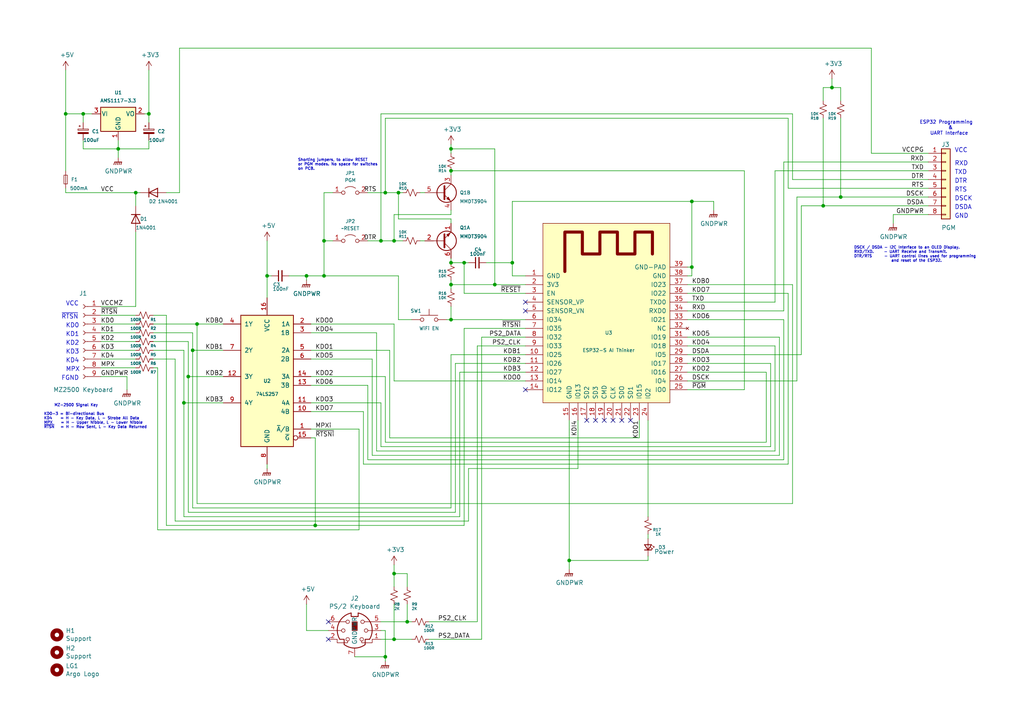
<source format=kicad_sch>
(kicad_sch (version 20211123) (generator eeschema)
  (paper "A4")
  (title_block (date "2022-01-25") (rev "1.2") (comment 1 "scan frame requires performance to capture PS/2, build scan vector and meet MZ timing.") (comment 2 "toolchain. It is overly powerful for the task in hand albeit the 1.2uS (600+300+300nS) ") (comment 3 "This design uses the common ESP32 SoC for its performance, low power and development ") (comment 4 "PS/2 to Sharp MZ-2500/MZ-2800 Keyboard Interface."))
  (lib_symbols
    (symbol "Device:C_Polarized_Small" (pin_numbers hide) (pin_names (offset 0.254) hide)
      (property "Reference" "C" (at 0.254 1.778 0))
      (property "Value" "C_Polarized_Small" (at 0.254 -2.032 0))
      (symbol "C_Polarized_Small_0_1"
        (rectangle (start -1.524 -0.3048) (end 1.524 -0.6858) (fill (type outline)))
        (rectangle (start -1.524 0.6858) (end 1.524 0.3048))
        (polyline (pts (xy -1.27 1.524) (xy -0.762 1.524)))
        (polyline (pts (xy -1.016 1.27) (xy -1.016 1.778)))
      )
      (symbol "C_Polarized_Small_1_1"
        (pin passive line (at 0 2.54 270) (length 1.8542) (name "~") (number "1"))
        (pin passive line (at 0 -2.54 90) (length 1.8542) (name "~") (number "2"))
      )
    )
    (symbol "Device:C_Small" (pin_numbers hide) (pin_names (offset 0.254) hide)
      (property "Reference" "C" (at 0.254 1.778 0))
      (property "Value" "C_Small" (at 0.254 -2.032 0))
      (symbol "C_Small_0_1"
        (polyline (pts (xy -1.524 -0.508) (xy 1.524 -0.508)) (stroke (width 0.3302)))
        (polyline (pts (xy -1.524 0.508) (xy 1.524 0.508)) (stroke (width 0.3048)))
      )
      (symbol "C_Small_1_1"
        (pin passive line (at 0 2.54 270) (length 2.032) (name "~") (number "1"))
        (pin passive line (at 0 -2.54 90) (length 2.032) (name "~") (number "2"))
      )
    )
    (symbol "Device:Fuse_Small" (pin_numbers hide) (pin_names (offset 0.254) hide)
      (property "Reference" "F" (at 0 -1.524 0))
      (property "Value" "Fuse_Small" (at 0 1.524 0))
      (symbol "Fuse_Small_0_1"
        (rectangle (start -1.27 0.508) (end 1.27 -0.508))
        (polyline (pts (xy -1.27 0) (xy 1.27 0)))
      )
      (symbol "Fuse_Small_1_1"
        (pin passive line (at -2.54 0 0) (length 1.27) (name "~") (number "1"))
        (pin passive line (at 2.54 0 180) (length 1.27) (name "~") (number "2"))
      )
    )
    (symbol "Device:LED_Small" (pin_numbers hide) (pin_names (offset 0.254) hide)
      (property "Reference" "D" (at -1.27 3.175 0))
      (property "Value" "LED_Small" (at -4.445 -2.54 0))
      (symbol "LED_Small_0_1"
        (polyline (pts (xy -0.762 -1.016) (xy -0.762 1.016)) (stroke (width 0.254)))
        (polyline (pts (xy 1.016 0) (xy -0.762 0)))
        (polyline (pts (xy 0.762 -1.016) (xy -0.762 0) (xy 0.762 1.016) (xy 0.762 -1.016)) (stroke (width 0.254)))
        (polyline (pts (xy 0 0.762) (xy -0.508 1.27) (xy -0.254 1.27) (xy -0.508 1.27) (xy -0.508 1.016)))
        (polyline (pts (xy 0.508 1.27) (xy 0 1.778) (xy 0.254 1.778) (xy 0 1.778) (xy 0 1.524)))
      )
      (symbol "LED_Small_1_1"
        (pin passive line (at -2.54 0 0) (length 1.778) (name "K") (number "1"))
        (pin passive line (at 2.54 0 180) (length 1.778) (name "A") (number "2"))
      )
    )
    (symbol "Device:R_Small_US" (pin_numbers hide) (pin_names (offset 0.254) hide)
      (property "Reference" "R" (at 0.762 0.508 0))
      (property "Value" "R_Small_US" (at 0.762 -1.016 0))
      (symbol "R_Small_US_1_1"
        (polyline (pts (xy 0 0) (xy 1.016 -0.381) (xy 0 -0.762) (xy -1.016 -1.143) (xy 0 -1.524)))
        (polyline (pts (xy 0 1.524) (xy 1.016 1.143) (xy 0 0.762) (xy -1.016 0.381) (xy 0 0)))
        (pin passive line (at 0 2.54 270) (length 1.016) (name "~") (number "1"))
        (pin passive line (at 0 -2.54 90) (length 1.016) (name "~") (number "2"))
      )
    )
    (symbol "Diode:1N4001" (pin_numbers hide) (pin_names (offset 1.016) hide)
      (property "Reference" "D" (at 0 2.54 0))
      (property "Value" "1N4001" (at 0 -2.54 0))
      (symbol "1N4001_0_1"
        (polyline (pts (xy -1.27 1.27) (xy -1.27 -1.27)) (stroke (width 0.254)))
        (polyline (pts (xy 1.27 0) (xy -1.27 0)))
        (polyline (pts (xy 1.27 1.27) (xy 1.27 -1.27) (xy -1.27 0) (xy 1.27 1.27)) (stroke (width 0.254)))
      )
      (symbol "1N4001_1_1"
        (pin passive line (at -3.81 0 0) (length 2.54) (name "K") (number "1"))
        (pin passive line (at 3.81 0 180) (length 2.54) (name "A") (number "2"))
      )
    )
    (symbol "Jumper:Jumper_2_Open" (pin_names (offset 0) hide)
      (property "Reference" "JP" (at 0 2.794 0))
      (property "Value" "Jumper_2_Open" (at 0 -2.286 0))
      (symbol "Jumper_2_Open_0_0"
        (circle (center -2.032 0) (radius 0.508))
        (circle (center 2.032 0) (radius 0.508))
      )
      (symbol "Jumper_2_Open_0_1"
        (arc (start 1.524 1.27) (mid 0 1.778) (end -1.524 1.27))
      )
      (symbol "Jumper_2_Open_1_1"
        (pin passive line (at -5.08 0 0) (length 2.54) (name "A") (number "1"))
        (pin passive line (at 5.08 0 180) (length 2.54) (name "B") (number "2"))
      )
    )
    (symbol "Mechanical:MountingHole" (pin_names (offset 1.016))
      (property "Reference" "H" (at 0 5.08 0))
      (property "Value" "MountingHole" (at 0 3.175 0))
      (symbol "MountingHole_0_1"
        (circle (center 0 0) (radius 1.27) (stroke (width 1.27)))
      )
    )
    (symbol "Regulator_Linear:AMS1117-3.3" (pin_names (offset 0.254))
      (property "Reference" "U" (at -3.81 3.175 0))
      (property "Value" "AMS1117-3.3" (at 0 3.175 0))
      (symbol "AMS1117-3.3_0_1"
        (rectangle (start -5.08 -5.08) (end 5.08 1.905) (stroke (width 0.254)) (fill (type background)))
      )
      (symbol "AMS1117-3.3_1_1"
        (pin power_in line (at 0 -7.62 90) (length 2.54) (name "GND") (number "1"))
        (pin power_out line (at 7.62 0 180) (length 2.54) (name "VO") (number "2"))
        (pin power_in line (at -7.62 0 0) (length 2.54) (name "VI") (number "3"))
      )
    )
    (symbol "Switch:SW_Push" (pin_numbers hide) (pin_names (offset 1.016) hide)
      (property "Reference" "SW" (at 1.27 2.54 0))
      (property "Value" "SW_Push" (at 0 -1.524 0))
      (symbol "SW_Push_0_1"
        (circle (center -2.032 0) (radius 0.508))
        (polyline (pts (xy 0 1.27) (xy 0 3.048)))
        (polyline (pts (xy 2.54 1.27) (xy -2.54 1.27)))
        (circle (center 2.032 0) (radius 0.508))
        (pin passive line (at -5.08 0 0) (length 2.54) (name "1") (number "1"))
        (pin passive line (at 5.08 0 180) (length 2.54) (name "2") (number "2"))
      )
    )
    (symbol "Transistor_BJT:MMDT3904" (pin_names (offset 0) hide)
      (property "Reference" "Q" (at 5.08 1.27 0))
      (property "Value" "MMDT3904" (at 5.08 -1.27 0))
      (symbol "MMDT3904_0_1"
        (polyline (pts (xy 0.635 0) (xy -2.54 0)))
        (polyline (pts (xy 0.635 0.635) (xy 2.54 2.54)))
        (polyline (pts (xy 0.635 -0.635) (xy 2.54 -2.54) (xy 2.54 -2.54)))
        (polyline (pts (xy 0.635 1.905) (xy 0.635 -1.905) (xy 0.635 -1.905)) (stroke (width 0.508)))
        (polyline (pts (xy 1.27 -1.778) (xy 1.778 -1.27) (xy 2.286 -2.286) (xy 1.27 -1.778) (xy 1.27 -1.778)) (fill (type outline)))
        (circle (center 1.27 0) (radius 2.8194) (stroke (width 0.254)))
      )
      (symbol "MMDT3904_1_1"
        (pin passive line (at 2.54 -5.08 90) (length 2.54) (name "E1") (number "1"))
        (pin input line (at -5.08 0 0) (length 2.54) (name "B1") (number "2"))
        (pin passive line (at 2.54 5.08 270) (length 2.54) (name "C1") (number "6"))
      )
      (symbol "MMDT3904_2_1"
        (pin passive line (at 2.54 5.08 270) (length 2.54) (name "C2") (number "3"))
        (pin passive line (at 2.54 -5.08 90) (length 2.54) (name "E2") (number "4"))
        (pin input line (at -5.08 0 0) (length 2.54) (name "B2") (number "5"))
      )
    )
    (symbol "mz25key:74xx_74LS257-2" (pin_names (offset 1.016))
      (property "Reference" "U" (at -7.62 19.05 0))
      (property "Value" "74xx_74LS257-2" (at -7.62 -21.59 0))
      (symbol "74xx_74LS257-2_1_0"
        (pin input line (at -12.7 -15.24 0) (length 5.08) (name "~{A}/B") (number "1"))
        (pin input line (at -12.7 -10.16 0) (length 5.08) (name "4B") (number "10"))
        (pin input line (at -12.7 -7.62 0) (length 5.08) (name "4A") (number "11"))
        (pin tri_state line (at 12.7 0 180) (length 5.08) (name "3Y") (number "12"))
        (pin input line (at -12.7 -2.54 0) (length 5.08) (name "3B") (number "13"))
        (pin input line (at -12.7 0 0) (length 5.08) (name "3A") (number "14"))
        (pin input inverted (at -12.7 -17.78 0) (length 5.08) (name "~{G}") (number "15"))
        (pin power_in line (at 0 22.86 270) (length 5.08) (name "VCC") (number "16"))
        (pin input line (at -12.7 15.24 0) (length 5.08) (name "1A") (number "2"))
        (pin input line (at -12.7 12.7 0) (length 5.08) (name "1B") (number "3"))
        (pin tri_state line (at 12.7 15.24 180) (length 5.08) (name "1Y") (number "4"))
        (pin input line (at -12.7 7.62 0) (length 5.08) (name "2A") (number "5"))
        (pin input line (at -12.7 5.08 0) (length 5.08) (name "2B") (number "6"))
        (pin tri_state line (at 12.7 7.62 180) (length 5.08) (name "2Y") (number "7"))
        (pin power_in line (at 0 -25.4 90) (length 5.08) (name "GND") (number "8"))
        (pin tri_state line (at 12.7 -7.62 180) (length 5.08) (name "4Y") (number "9"))
      )
      (symbol "74xx_74LS257-2_1_1"
        (rectangle (start -7.62 17.78) (end 7.62 -20.32) (stroke (width 0.254)) (fill (type background)))
      )
    )
    (symbol "mz25key:Conn_01x08_PWR" (pin_names (offset 1.016) hide)
      (property "Reference" "J3" (at -1.27 10.16 0))
      (property "Value" "Conn_01x08_PWR" (at -3.81 -13.97 0))
      (symbol "Conn_01x08_PWR_1_1"
        (rectangle (start -1.27 -10.033) (end 0 -10.287) (stroke (width 0.1524)))
        (rectangle (start -1.27 -7.493) (end 0 -7.747) (stroke (width 0.1524)))
        (rectangle (start -1.27 -4.953) (end 0 -5.207) (stroke (width 0.1524)))
        (rectangle (start -1.27 -2.413) (end 0 -2.667) (stroke (width 0.1524)))
        (rectangle (start -1.27 0.127) (end 0 -0.127) (stroke (width 0.1524)))
        (rectangle (start -1.27 2.667) (end 0 2.413) (stroke (width 0.1524)))
        (rectangle (start -1.27 5.207) (end 0 4.953) (stroke (width 0.1524)))
        (rectangle (start -1.27 7.747) (end 0 7.493) (stroke (width 0.1524)))
        (rectangle (start -1.27 8.89) (end 1.27 -11.43) (stroke (width 0.254)) (fill (type background)))
        (pin power_out line (at -5.08 7.62 0) (length 3.81) (name "Pin_1") (number "1"))
        (pin passive line (at -5.08 5.08 0) (length 3.81) (name "Pin_2") (number "2"))
        (pin passive line (at -5.08 2.54 0) (length 3.81) (name "Pin_3") (number "3"))
        (pin passive line (at -5.08 0 0) (length 3.81) (name "Pin_4") (number "4"))
        (pin passive line (at -5.08 -2.54 0) (length 3.81) (name "Pin_5") (number "5"))
        (pin passive line (at -5.08 -5.08 0) (length 3.81) (name "Pin_6") (number "6"))
        (pin passive line (at -5.08 -7.62 0) (length 3.81) (name "Pin_7") (number "7"))
        (pin power_in line (at -5.08 -10.16 0) (length 3.81) (name "Pin_8") (number "8"))
      )
    )
    (symbol "mz25key:Connector_Conn_01x09_Female" (pin_names (offset 1.016) hide)
      (property "Reference" "J" (at 0 12.7 0))
      (property "Value" "Connector_Conn_01x09_Female" (at 0 -12.7 0))
      (symbol "Connector_Conn_01x09_Female_1_1"
        (arc (start 0 -9.652) (mid -0.508 -10.16) (end 0 -10.668) (stroke (width 0.1524)))
        (arc (start 0 -7.112) (mid -0.508 -7.62) (end 0 -8.128) (stroke (width 0.1524)))
        (arc (start 0 -4.572) (mid -0.508 -5.08) (end 0 -5.588) (stroke (width 0.1524)))
        (arc (start 0 -2.032) (mid -0.508 -2.54) (end 0 -3.048) (stroke (width 0.1524)))
        (polyline (pts (xy -1.27 -10.16) (xy -0.508 -10.16)) (stroke (width 0.1524)))
        (polyline (pts (xy -1.27 -7.62) (xy -0.508 -7.62)) (stroke (width 0.1524)))
        (polyline (pts (xy -1.27 -5.08) (xy -0.508 -5.08)) (stroke (width 0.1524)))
        (polyline (pts (xy -1.27 -2.54) (xy -0.508 -2.54)) (stroke (width 0.1524)))
        (polyline (pts (xy -1.27 0) (xy -0.508 0)) (stroke (width 0.1524)))
        (polyline (pts (xy -1.27 2.54) (xy -0.508 2.54)) (stroke (width 0.1524)))
        (polyline (pts (xy -1.27 5.08) (xy -0.508 5.08)) (stroke (width 0.1524)))
        (polyline (pts (xy -1.27 7.62) (xy -0.508 7.62)) (stroke (width 0.1524)))
        (polyline (pts (xy -1.27 10.16) (xy -0.508 10.16)) (stroke (width 0.1524)))
        (arc (start 0 0.508) (mid -0.508 0) (end 0 -0.508) (stroke (width 0.1524)))
        (arc (start 0 3.048) (mid -0.508 2.54) (end 0 2.032) (stroke (width 0.1524)))
        (arc (start 0 5.588) (mid -0.508 5.08) (end 0 4.572) (stroke (width 0.1524)))
        (arc (start 0 8.128) (mid -0.508 7.62) (end 0 7.112) (stroke (width 0.1524)))
        (arc (start 0 10.668) (mid -0.508 10.16) (end 0 9.652) (stroke (width 0.1524)))
        (pin passive line (at -5.08 10.16 0) (length 3.81) (name "Pin_1") (number "1"))
        (pin passive line (at -5.08 7.62 0) (length 3.81) (name "Pin_2") (number "2"))
        (pin passive line (at -5.08 5.08 0) (length 3.81) (name "Pin_3") (number "3"))
        (pin passive line (at -5.08 2.54 0) (length 3.81) (name "Pin_4") (number "4"))
        (pin passive line (at -5.08 0 0) (length 3.81) (name "Pin_5") (number "5"))
        (pin passive line (at -5.08 -2.54 0) (length 3.81) (name "Pin_6") (number "6"))
        (pin passive line (at -5.08 -5.08 0) (length 3.81) (name "Pin_7") (number "7"))
        (pin passive line (at -5.08 -7.62 0) (length 3.81) (name "Pin_8") (number "8"))
        (pin power_out line (at -5.08 -10.16 0) (length 3.81) (name "Pin_9") (number "9"))
      )
    )
    (symbol "mz25key:Connector_Mini-DIN-6-PS2" (pin_names (offset 1.016))
      (property "Reference" "J" (at 0 6.35 0))
      (property "Value" "Connector_Mini-DIN-6-PS2" (at 1.27 8.89 0))
      (symbol "Connector_Mini-DIN-6-PS2_0_1"
        (circle (center -3.302 0) (radius 0.508))
        (arc (start -3.048 -4.064) (mid 0 -5.08) (end 3.048 -4.064) (stroke (width 0.254)))
        (circle (center -2.032 -2.54) (radius 0.508))
        (circle (center -2.032 2.54) (radius 0.508))
        (arc (start -1.016 5.08) (mid -4.6243 2.1182) (end -4.318 -2.54) (stroke (width 0.254)))
        (rectangle (start -0.762 2.54) (end 0.762 0) (fill (type outline)))
        (polyline (pts (xy -3.81 0) (xy -5.08 0)))
        (polyline (pts (xy -2.54 2.54) (xy -5.08 2.54)))
        (polyline (pts (xy 2.794 2.54) (xy 5.08 2.54)))
        (polyline (pts (xy 5.08 0) (xy 3.81 0)))
        (polyline (pts (xy -4.318 -2.54) (xy -3.048 -2.54) (xy -3.048 -4.064)) (stroke (width 0.254)))
        (polyline (pts (xy 4.318 -2.54) (xy 3.048 -2.54) (xy 3.048 -4.064)) (stroke (width 0.254)))
        (polyline (pts (xy -2.032 -3.048) (xy -2.032 -3.556) (xy -5.08 -3.556) (xy -5.08 -2.54)))
        (polyline (pts (xy -1.016 5.08) (xy -1.016 4.064) (xy 1.016 4.064) (xy 1.016 5.08)) (stroke (width 0.254)))
        (polyline (pts (xy 2.032 -3.048) (xy 2.032 -3.556) (xy 5.08 -3.556) (xy 5.08 -2.54)))
        (circle (center 2.032 -2.54) (radius 0.508))
        (circle (center 2.286 2.54) (radius 0.508))
        (circle (center 3.302 0) (radius 0.508))
        (arc (start 4.318 -2.54) (mid 4.6646 2.1357) (end 1.016 5.08) (stroke (width 0.254)))
      )
      (symbol "Connector_Mini-DIN-6-PS2_1_1"
        (pin passive line (at 7.62 -2.54 180) (length 2.54) (name "~") (number "1"))
        (pin passive line (at -7.62 -2.54 0) (length 2.54) (name "~") (number "2"))
        (pin passive line (at 7.62 0 180) (length 2.54) (name "~") (number "3"))
        (pin power_out line (at -7.62 0 0) (length 2.54) (name "~") (number "4"))
        (pin passive line (at 7.62 2.54 180) (length 2.54) (name "~") (number "5"))
        (pin passive line (at -7.62 2.54 0) (length 2.54) (name "~") (number "6"))
        (pin passive line (at 0 -7.62 90) (length 2.54) (name "GNDPWR") (number "7"))
      )
    )
    (symbol "mz25key:ESP32-S-WROOM" (pin_names (offset 1.016))
      (property "Reference" "U" (at -17.78 31.75 0))
      (property "Value" "ESP32-S-WROOM" (at 12.7 31.75 0))
      (symbol "ESP32-S-WROOM_0_1"
        (rectangle (start -19.05 30.48) (end 17.78 -21.59) (fill (type background)))
        (polyline (pts (xy -12.7 16.51) (xy -12.7 27.94) (xy -7.62 27.94) (xy -7.62 21.59) (xy -2.54 21.59) (xy -2.54 27.94) (xy 2.54 27.94) (xy 2.54 21.59) (xy 7.62 21.59) (xy 7.62 27.94) (xy 12.7 27.94) (xy 12.7 21.59)) (stroke (width 0.889)))
      )
      (symbol "ESP32-S-WROOM_1_1"
        (pin power_in line (at -24.13 15.24 0) (length 5.08) (name "GND") (number "1"))
        (pin bidirectional line (at -24.13 -7.62 0) (length 5.08) (name "IO25") (number "10"))
        (pin bidirectional line (at -24.13 -10.16 0) (length 5.08) (name "IO26") (number "11"))
        (pin bidirectional line (at -24.13 -12.7 0) (length 5.08) (name "IO27") (number "12"))
        (pin bidirectional line (at -24.13 -15.24 0) (length 5.08) (name "IO14") (number "13"))
        (pin bidirectional line (at -24.13 -17.78 0) (length 5.08) (name "IO12") (number "14"))
        (pin power_in line (at -11.43 -26.67 90) (length 5.08) (name "GND") (number "15"))
        (pin bidirectional line (at -8.89 -26.67 90) (length 5.08) (name "IO13") (number "16"))
        (pin bidirectional line (at -6.35 -26.67 90) (length 5.08) (name "SD2") (number "17"))
        (pin bidirectional line (at -3.81 -26.67 90) (length 5.08) (name "SD3") (number "18"))
        (pin bidirectional line (at -1.27 -26.67 90) (length 5.08) (name "CMD") (number "19"))
        (pin power_in line (at -24.13 12.7 0) (length 5.08) (name "3V3") (number "2"))
        (pin bidirectional line (at 1.27 -26.67 90) (length 5.08) (name "CLK") (number "20"))
        (pin bidirectional line (at 3.81 -26.67 90) (length 5.08) (name "SDO") (number "21"))
        (pin bidirectional line (at 6.35 -26.67 90) (length 5.08) (name "SD1") (number "22"))
        (pin bidirectional line (at 8.89 -26.67 90) (length 5.08) (name "IO15") (number "23"))
        (pin bidirectional line (at 11.43 -26.67 90) (length 5.08) (name "IO2") (number "24"))
        (pin bidirectional line (at 22.86 -17.78 180) (length 5.08) (name "IO0") (number "25"))
        (pin bidirectional line (at 22.86 -15.24 180) (length 5.08) (name "IO4") (number "26"))
        (pin bidirectional line (at 22.86 -12.7 180) (length 5.08) (name "IO16") (number "27"))
        (pin bidirectional line (at 22.86 -10.16 180) (length 5.08) (name "IO17") (number "28"))
        (pin bidirectional line (at 22.86 -7.62 180) (length 5.08) (name "IO5") (number "29"))
        (pin input line (at -24.13 10.16 0) (length 5.08) (name "EN") (number "3"))
        (pin bidirectional line (at 22.86 -5.08 180) (length 5.08) (name "IO18") (number "30"))
        (pin bidirectional line (at 22.86 -2.54 180) (length 5.08) (name "IO19") (number "31"))
        (pin no_connect line (at 22.86 0 180) (length 5.08) (name "NC") (number "32"))
        (pin bidirectional line (at 22.86 2.54 180) (length 5.08) (name "IO21") (number "33"))
        (pin input line (at 22.86 5.08 180) (length 5.08) (name "RXD0") (number "34"))
        (pin output line (at 22.86 7.62 180) (length 5.08) (name "TXD0") (number "35"))
        (pin bidirectional line (at 22.86 10.16 180) (length 5.08) (name "IO22") (number "36"))
        (pin bidirectional line (at 22.86 12.7 180) (length 5.08) (name "IO23") (number "37"))
        (pin power_in line (at 22.86 15.24 180) (length 5.08) (name "GND") (number "38"))
        (pin power_in line (at 22.86 17.78 180) (length 5.08) (name "GND-PAD") (number "39"))
        (pin input line (at -24.13 7.62 0) (length 5.08) (name "SENSOR_VP") (number "4"))
        (pin input line (at -24.13 5.08 0) (length 5.08) (name "SENSOR_VN") (number "5"))
        (pin input line (at -24.13 2.54 0) (length 5.08) (name "IO34") (number "6"))
        (pin input line (at -24.13 0 0) (length 5.08) (name "IO35") (number "7"))
        (pin bidirectional line (at -24.13 -2.54 0) (length 5.08) (name "IO32") (number "8"))
        (pin bidirectional line (at -24.13 -5.08 0) (length 5.08) (name "IO33") (number "9"))
      )
    )
    (symbol "power:+3V3" (power) (pin_names (offset 0))
      (property "Value" "+3V3" (at 0 3.556 0))
      (symbol "+3V3_0_1"
        (polyline (pts (xy -0.762 1.27) (xy 0 2.54)))
        (polyline (pts (xy 0 0) (xy 0 2.54)))
        (polyline (pts (xy 0 2.54) (xy 0.762 1.27)))
      )
      (symbol "+3V3_1_1"
        (pin power_in line (at 0 0 90) (length 0) hide (name "+3V3") (number "1"))
      )
    )
    (symbol "power:+5V" (power) (pin_names (offset 0))
      (property "Value" "+5V" (at 0 3.556 0))
      (symbol "+5V_0_1"
        (polyline (pts (xy -0.762 1.27) (xy 0 2.54)))
        (polyline (pts (xy 0 0) (xy 0 2.54)))
        (polyline (pts (xy 0 2.54) (xy 0.762 1.27)))
      )
      (symbol "+5V_1_1"
        (pin power_in line (at 0 0 90) (length 0) hide (name "+5V") (number "1"))
      )
    )
    (symbol "power:GNDPWR" (power) (pin_names (offset 0))
      (property "Value" "GNDPWR" (at 0 -3.302 0))
      (symbol "GNDPWR_0_1"
        (polyline (pts (xy 0 -1.27) (xy 0 0)))
        (polyline (pts (xy -1.016 -1.27) (xy -1.27 -2.032) (xy -1.27 -2.032)) (stroke (width 0.2032)))
        (polyline (pts (xy -0.508 -1.27) (xy -0.762 -2.032) (xy -0.762 -2.032)) (stroke (width 0.2032)))
        (polyline (pts (xy 0 -1.27) (xy -0.254 -2.032) (xy -0.254 -2.032)) (stroke (width 0.2032)))
        (polyline (pts (xy 0.508 -1.27) (xy 0.254 -2.032) (xy 0.254 -2.032)) (stroke (width 0.2032)))
        (polyline (pts (xy 1.016 -1.27) (xy -1.016 -1.27) (xy -1.016 -1.27)) (stroke (width 0.2032)))
        (polyline (pts (xy 1.016 -1.27) (xy 0.762 -2.032) (xy 0.762 -2.032) (xy 0.762 -2.032)) (stroke (width 0.2032)))
      )
      (symbol "GNDPWR_1_1"
        (pin power_in line (at 0 0 270) (length 0) hide (name "GNDPWR") (number "1"))
      )
    )
  )
  (junction (at 111.76 190.5))
  (junction (at 114.3 69.85))
  (junction (at 165.1 162.56))
  (junction (at 130.81 43.18))
  (junction (at 243.84 57.15))
  (junction (at 77.47 80.01))
  (junction (at 134.62 76.2))
  (junction (at 110.49 69.85))
  (junction (at 114.3 166.37))
  (junction (at 200.66 58.42))
  (junction (at 130.81 76.2))
  (junction (at 91.44 152.4))
  (junction (at 39.37 55.88))
  (junction (at 130.81 49.53))
  (junction (at 114.3 185.42))
  (junction (at 238.76 59.69))
  (junction (at 130.81 92.71))
  (junction (at 130.81 82.55))
  (junction (at 24.13 33.02))
  (junction (at 55.88 101.6))
  (junction (at 118.11 180.34))
  (junction (at 88.9 80.01))
  (junction (at 19.05 33.02))
  (junction (at 57.15 93.98))
  (junction (at 241.3 25.4))
  (junction (at 53.34 116.84))
  (junction (at 143.51 82.55))
  (junction (at 111.76 55.88))
  (junction (at 200.66 77.47))
  (junction (at 93.98 80.01))
  (junction (at 93.98 69.85))
  (junction (at 54.61 109.22))
  (junction (at 34.29 43.18))
  (junction (at 43.18 33.02))
  (junction (at 148.59 76.2))
  (junction (at 115.57 55.88))
  (no_connect (at 175.26 121.92))
  (no_connect (at 95.25 180.34))
  (no_connect (at 152.4 113.03))
  (no_connect (at 182.88 121.92))
  (no_connect (at 152.4 90.17))
  (no_connect (at 152.4 87.63))
  (no_connect (at 170.18 121.92))
  (no_connect (at 177.8 121.92))
  (no_connect (at 172.72 121.92))
  (no_connect (at 95.25 185.42))
  (no_connect (at 180.34 121.92))
  (wire (pts (xy 53.34 116.84) (xy 53.34 149.86)))
  (wire (pts (xy 252.73 44.45) (xy 269.24 44.45)))
  (wire (pts (xy 90.17 116.84) (xy 110.49 116.84)))
  (wire (pts (xy 39.37 59.69) (xy 39.37 55.88)))
  (wire (pts (xy 55.88 101.6) (xy 55.88 96.52)))
  (wire (pts (xy 114.3 163.83) (xy 114.3 166.37)))
  (wire (pts (xy 19.05 33.02) (xy 19.05 49.53)))
  (wire (pts (xy 114.3 69.85) (xy 116.84 69.85)))
  (wire (pts (xy 165.1 162.56) (xy 187.96 162.56)))
  (wire (pts (xy 252.73 13.97) (xy 252.73 44.45)))
  (wire (pts (xy 91.44 152.4) (xy 134.62 152.4)))
  (wire (pts (xy 54.61 109.22) (xy 64.77 109.22)))
  (wire (pts (xy 139.7 97.79) (xy 139.7 185.42)))
  (wire (pts (xy 44.45 104.14) (xy 50.8 104.14)))
  (wire (pts (xy 29.21 91.44) (xy 39.37 91.44)))
  (wire (pts (xy 259.08 62.23) (xy 259.08 64.77)))
  (wire (pts (xy 53.34 149.86) (xy 133.35 149.86)))
  (wire (pts (xy 90.17 109.22) (xy 111.76 109.22)))
  (wire (pts (xy 111.76 128.27) (xy 222.25 128.27)))
  (wire (pts (xy 24.13 43.18) (xy 34.29 43.18)))
  (wire (pts (xy 243.84 25.4) (xy 243.84 29.21)))
  (wire (pts (xy 114.3 69.85) (xy 110.49 69.85)))
  (wire (pts (xy 124.46 180.34) (xy 138.43 180.34)))
  (wire (pts (xy 110.49 185.42) (xy 114.3 185.42)))
  (wire (pts (xy 105.41 134.62) (xy 228.6 134.62)))
  (wire (pts (xy 130.81 82.55) (xy 130.81 81.28)))
  (wire (pts (xy 228.6 134.62) (xy 228.6 85.09)))
  (wire (pts (xy 106.68 133.35) (xy 227.33 133.35)))
  (wire (pts (xy 91.44 127) (xy 90.17 127)))
  (wire (pts (xy 200.66 58.42) (xy 207.01 58.42)))
  (wire (pts (xy 222.25 128.27) (xy 222.25 107.95)))
  (wire (pts (xy 44.45 91.44) (xy 48.26 91.44)))
  (wire (pts (xy 228.6 85.09) (xy 199.39 85.09)))
  (wire (pts (xy 148.59 58.42) (xy 200.66 58.42)))
  (wire (pts (xy 29.21 96.52) (xy 39.37 96.52)))
  (wire (pts (xy 129.54 92.71) (xy 130.81 92.71)))
  (wire (pts (xy 91.44 127) (xy 91.44 152.4)))
  (wire (pts (xy 29.21 106.68) (xy 39.37 106.68)))
  (wire (pts (xy 111.76 190.5) (xy 111.76 182.88)))
  (wire (pts (xy 238.76 29.21) (xy 238.76 25.4)))
  (wire (pts (xy 90.17 111.76) (xy 106.68 111.76)))
  (wire (pts (xy 121.92 55.88) (xy 123.19 55.88)))
  (wire (pts (xy 227.33 90.17) (xy 227.33 46.99)))
  (wire (pts (xy 110.49 180.34) (xy 118.11 180.34)))
  (wire (pts (xy 54.61 109.22) (xy 54.61 148.59)))
  (wire (pts (xy 165.1 162.56) (xy 165.1 165.1)))
  (wire (pts (xy 199.39 77.47) (xy 200.66 77.47)))
  (wire (pts (xy 111.76 109.22) (xy 111.76 128.27)))
  (wire (pts (xy 55.88 147.32) (xy 130.81 147.32)))
  (wire (pts (xy 232.41 59.69) (xy 238.76 59.69)))
  (wire (pts (xy 44.45 99.06) (xy 54.61 99.06)))
  (wire (pts (xy 207.01 58.42) (xy 207.01 60.96)))
  (wire (pts (xy 215.9 49.53) (xy 130.81 49.53)))
  (wire (pts (xy 48.26 152.4) (xy 91.44 152.4)))
  (wire (pts (xy 143.51 82.55) (xy 152.4 82.55)))
  (wire (pts (xy 114.3 170.18) (xy 114.3 166.37)))
  (wire (pts (xy 224.79 49.53) (xy 269.24 49.53)))
  (wire (pts (xy 115.57 55.88) (xy 116.84 55.88)))
  (wire (pts (xy 223.52 105.41) (xy 199.39 105.41)))
  (wire (pts (xy 50.8 104.14) (xy 50.8 151.13)))
  (wire (pts (xy 140.97 76.2) (xy 148.59 76.2)))
  (wire (pts (xy 139.7 97.79) (xy 152.4 97.79)))
  (wire (pts (xy 48.26 91.44) (xy 48.26 152.4)))
  (wire (pts (xy 57.15 146.05) (xy 229.87 146.05)))
  (wire (pts (xy 77.47 80.01) (xy 78.74 80.01)))
  (wire (pts (xy 215.9 113.03) (xy 215.9 49.53)))
  (wire (pts (xy 238.76 25.4) (xy 241.3 25.4)))
  (wire (pts (xy 259.08 62.23) (xy 269.24 62.23)))
  (wire (pts (xy 187.96 121.92) (xy 187.96 149.86)))
  (wire (pts (xy 133.35 149.86) (xy 133.35 107.95)))
  (wire (pts (xy 222.25 107.95) (xy 199.39 107.95)))
  (wire (pts (xy 113.03 127) (xy 185.42 127)))
  (wire (pts (xy 118.11 175.26) (xy 118.11 180.34)))
  (wire (pts (xy 114.3 62.23) (xy 114.3 69.85)))
  (wire (pts (xy 185.42 127) (xy 185.42 121.92)))
  (wire (pts (xy 130.81 64.77) (xy 130.81 63.5)))
  (wire (pts (xy 50.8 151.13) (xy 135.89 151.13)))
  (wire (pts (xy 43.18 20.32) (xy 43.18 33.02)))
  (wire (pts (xy 110.49 33.02) (xy 229.87 33.02)))
  (wire (pts (xy 143.51 43.18) (xy 143.51 82.55)))
  (wire (pts (xy 57.15 93.98) (xy 57.15 146.05)))
  (wire (pts (xy 226.06 132.08) (xy 226.06 97.79)))
  (wire (pts (xy 135.89 151.13) (xy 135.89 135.89)))
  (wire (pts (xy 88.9 175.26) (xy 88.9 182.88)))
  (wire (pts (xy 44.45 96.52) (xy 55.88 96.52)))
  (wire (pts (xy 114.3 166.37) (xy 118.11 166.37)))
  (wire (pts (xy 130.81 62.23) (xy 114.3 62.23)))
  (wire (pts (xy 135.89 135.89) (xy 167.64 135.89)))
  (wire (pts (xy 135.89 76.2) (xy 134.62 76.2)))
  (wire (pts (xy 45.72 153.67) (xy 104.14 153.67)))
  (wire (pts (xy 77.47 134.62) (xy 77.47 135.89)))
  (wire (pts (xy 90.17 119.38) (xy 105.41 119.38)))
  (wire (pts (xy 104.14 124.46) (xy 104.14 153.67)))
  (wire (pts (xy 231.14 57.15) (xy 231.14 110.49)))
  (wire (pts (xy 224.79 100.33) (xy 199.39 100.33)))
  (wire (pts (xy 102.87 190.5) (xy 111.76 190.5)))
  (wire (pts (xy 106.68 111.76) (xy 106.68 133.35)))
  (wire (pts (xy 107.95 132.08) (xy 226.06 132.08)))
  (wire (pts (xy 29.21 93.98) (xy 39.37 93.98)))
  (wire (pts (xy 29.21 109.22) (xy 36.83 109.22)))
  (wire (pts (xy 44.45 93.98) (xy 57.15 93.98)))
  (wire (pts (xy 77.47 80.01) (xy 77.47 86.36)))
  (wire (pts (xy 88.9 80.01) (xy 88.9 81.28)))
  (wire (pts (xy 111.76 55.88) (xy 111.76 34.29)))
  (wire (pts (xy 130.81 49.53) (xy 130.81 50.8)))
  (wire (pts (xy 57.15 93.98) (xy 64.77 93.98)))
  (wire (pts (xy 130.81 41.91) (xy 130.81 43.18)))
  (wire (pts (xy 199.39 87.63) (xy 224.79 87.63)))
  (wire (pts (xy 118.11 180.34) (xy 119.38 180.34)))
  (wire (pts (xy 24.13 40.64) (xy 24.13 43.18)))
  (wire (pts (xy 39.37 88.9) (xy 39.37 67.31)))
  (wire (pts (xy 121.92 69.85) (xy 123.19 69.85)))
  (wire (pts (xy 113.03 101.6) (xy 113.03 127)))
  (wire (pts (xy 110.49 69.85) (xy 110.49 33.02)))
  (wire (pts (xy 229.87 82.55) (xy 199.39 82.55)))
  (wire (pts (xy 115.57 80.01) (xy 93.98 80.01)))
  (wire (pts (xy 115.57 63.5) (xy 115.57 55.88)))
  (wire (pts (xy 29.21 101.6) (xy 39.37 101.6)))
  (wire (pts (xy 199.39 110.49) (xy 231.14 110.49)))
  (wire (pts (xy 93.98 69.85) (xy 93.98 80.01)))
  (wire (pts (xy 134.62 95.25) (xy 152.4 95.25)))
  (wire (pts (xy 134.62 76.2) (xy 130.81 76.2)))
  (wire (pts (xy 111.76 191.77) (xy 111.76 190.5)))
  (wire (pts (xy 119.38 92.71) (xy 115.57 92.71)))
  (wire (pts (xy 224.79 130.81) (xy 224.79 100.33)))
  (wire (pts (xy 110.49 129.54) (xy 223.52 129.54)))
  (wire (pts (xy 243.84 57.15) (xy 269.24 57.15)))
  (wire (pts (xy 43.18 43.18) (xy 43.18 40.64)))
  (wire (pts (xy 109.22 96.52) (xy 109.22 130.81)))
  (wire (pts (xy 83.82 80.01) (xy 88.9 80.01)))
  (wire (pts (xy 187.96 161.29) (xy 187.96 162.56)))
  (wire (pts (xy 138.43 100.33) (xy 152.4 100.33)))
  (wire (pts (xy 133.35 107.95) (xy 152.4 107.95)))
  (wire (pts (xy 24.13 35.56) (xy 24.13 33.02)))
  (wire (pts (xy 96.52 55.88) (xy 93.98 55.88)))
  (wire (pts (xy 130.81 92.71) (xy 152.4 92.71)))
  (wire (pts (xy 111.76 182.88) (xy 110.49 182.88)))
  (wire (pts (xy 187.96 154.94) (xy 187.96 156.21)))
  (wire (pts (xy 227.33 92.71) (xy 199.39 92.71)))
  (wire (pts (xy 134.62 85.09) (xy 134.62 76.2)))
  (wire (pts (xy 19.05 20.32) (xy 19.05 33.02)))
  (wire (pts (xy 43.18 33.02) (xy 43.18 35.56)))
  (wire (pts (xy 132.08 148.59) (xy 132.08 105.41)))
  (wire (pts (xy 130.81 82.55) (xy 130.81 83.82)))
  (wire (pts (xy 45.72 106.68) (xy 45.72 153.67)))
  (wire (pts (xy 227.33 133.35) (xy 227.33 92.71)))
  (wire (pts (xy 44.45 101.6) (xy 53.34 101.6)))
  (wire (pts (xy 241.3 25.4) (xy 243.84 25.4)))
  (wire (pts (xy 130.81 88.9) (xy 130.81 92.71)))
  (wire (pts (xy 53.34 101.6) (xy 53.34 116.84)))
  (wire (pts (xy 90.17 104.14) (xy 107.95 104.14)))
  (wire (pts (xy 130.81 76.2) (xy 130.81 74.93)))
  (wire (pts (xy 199.39 90.17) (xy 227.33 90.17)))
  (wire (pts (xy 152.4 80.01) (xy 148.59 80.01)))
  (wire (pts (xy 200.66 77.47) (xy 200.66 80.01)))
  (wire (pts (xy 52.07 55.88) (xy 52.07 13.97)))
  (wire (pts (xy 232.41 59.69) (xy 232.41 102.87)))
  (wire (pts (xy 19.05 33.02) (xy 24.13 33.02)))
  (wire (pts (xy 90.17 101.6) (xy 113.03 101.6)))
  (wire (pts (xy 36.83 109.22) (xy 36.83 113.03)))
  (wire (pts (xy 53.34 116.84) (xy 64.77 116.84)))
  (wire (pts (xy 148.59 80.01) (xy 148.59 76.2)))
  (wire (pts (xy 106.68 55.88) (xy 111.76 55.88)))
  (wire (pts (xy 29.21 99.06) (xy 39.37 99.06)))
  (wire (pts (xy 109.22 130.81) (xy 224.79 130.81)))
  (wire (pts (xy 39.37 55.88) (xy 40.64 55.88)))
  (wire (pts (xy 200.66 58.42) (xy 200.66 77.47)))
  (wire (pts (xy 130.81 102.87) (xy 152.4 102.87)))
  (wire (pts (xy 114.3 175.26) (xy 114.3 185.42)))
  (wire (pts (xy 77.47 69.85) (xy 77.47 80.01)))
  (wire (pts (xy 52.07 13.97) (xy 252.73 13.97)))
  (wire (pts (xy 130.81 63.5) (xy 115.57 63.5)))
  (wire (pts (xy 229.87 52.07) (xy 269.24 52.07)))
  (wire (pts (xy 229.87 146.05) (xy 229.87 82.55)))
  (wire (pts (xy 138.43 100.33) (xy 138.43 180.34)))
  (wire (pts (xy 48.26 55.88) (xy 52.07 55.88)))
  (wire (pts (xy 223.52 129.54) (xy 223.52 105.41)))
  (wire (pts (xy 110.49 116.84) (xy 110.49 129.54)))
  (wire (pts (xy 55.88 101.6) (xy 64.77 101.6)))
  (wire (pts (xy 115.57 55.88) (xy 111.76 55.88)))
  (wire (pts (xy 231.14 57.15) (xy 243.84 57.15)))
  (wire (pts (xy 106.68 69.85) (xy 110.49 69.85)))
  (wire (pts (xy 130.81 43.18) (xy 130.81 44.45)))
  (wire (pts (xy 34.29 43.18) (xy 34.29 40.64)))
  (wire (pts (xy 118.11 166.37) (xy 118.11 170.18)))
  (wire (pts (xy 238.76 34.29) (xy 238.76 59.69)))
  (wire (pts (xy 41.91 33.02) (xy 43.18 33.02)))
  (wire (pts (xy 29.21 104.14) (xy 39.37 104.14)))
  (wire (pts (xy 148.59 76.2) (xy 148.59 58.42)))
  (wire (pts (xy 93.98 55.88) (xy 93.98 69.85)))
  (wire (pts (xy 243.84 34.29) (xy 243.84 57.15)))
  (wire (pts (xy 44.45 106.68) (xy 45.72 106.68)))
  (wire (pts (xy 24.13 33.02) (xy 26.67 33.02)))
  (wire (pts (xy 88.9 182.88) (xy 95.25 182.88)))
  (wire (pts (xy 105.41 119.38) (xy 105.41 134.62)))
  (wire (pts (xy 199.39 102.87) (xy 232.41 102.87)))
  (wire (pts (xy 93.98 69.85) (xy 96.52 69.85)))
  (wire (pts (xy 111.76 34.29) (xy 228.6 34.29)))
  (wire (pts (xy 90.17 124.46) (xy 104.14 124.46)))
  (wire (pts (xy 90.17 93.98) (xy 114.3 93.98)))
  (wire (pts (xy 200.66 80.01) (xy 199.39 80.01)))
  (wire (pts (xy 241.3 22.86) (xy 241.3 25.4)))
  (wire (pts (xy 227.33 46.99) (xy 269.24 46.99)))
  (wire (pts (xy 19.05 55.88) (xy 39.37 55.88)))
  (wire (pts (xy 199.39 113.03) (xy 215.9 113.03)))
  (wire (pts (xy 130.81 147.32) (xy 130.81 102.87)))
  (wire (pts (xy 238.76 59.69) (xy 269.24 59.69)))
  (wire (pts (xy 54.61 99.06) (xy 54.61 109.22)))
  (wire (pts (xy 34.29 43.18) (xy 34.29 45.72)))
  (wire (pts (xy 29.21 88.9) (xy 39.37 88.9)))
  (wire (pts (xy 132.08 105.41) (xy 152.4 105.41)))
  (wire (pts (xy 124.46 185.42) (xy 139.7 185.42)))
  (wire (pts (xy 115.57 92.71) (xy 115.57 80.01)))
  (wire (pts (xy 224.79 87.63) (xy 224.79 49.53)))
  (wire (pts (xy 134.62 85.09) (xy 152.4 85.09)))
  (wire (pts (xy 226.06 97.79) (xy 199.39 97.79)))
  (wire (pts (xy 114.3 185.42) (xy 119.38 185.42)))
  (wire (pts (xy 228.6 54.61) (xy 269.24 54.61)))
  (wire (pts (xy 130.81 82.55) (xy 143.51 82.55)))
  (wire (pts (xy 229.87 33.02) (xy 229.87 52.07)))
  (wire (pts (xy 130.81 60.96) (xy 130.81 62.23)))
  (wire (pts (xy 107.95 104.14) (xy 107.95 132.08)))
  (wire (pts (xy 55.88 101.6) (xy 55.88 147.32)))
  (wire (pts (xy 228.6 34.29) (xy 228.6 54.61)))
  (wire (pts (xy 19.05 54.61) (xy 19.05 55.88)))
  (wire (pts (xy 54.61 148.59) (xy 132.08 148.59)))
  (wire (pts (xy 134.62 95.25) (xy 134.62 152.4)))
  (wire (pts (xy 165.1 121.92) (xy 165.1 162.56)))
  (wire (pts (xy 114.3 110.49) (xy 152.4 110.49)))
  (wire (pts (xy 167.64 135.89) (xy 167.64 121.92)))
  (wire (pts (xy 90.17 96.52) (xy 109.22 96.52)))
  (wire (pts (xy 34.29 43.18) (xy 43.18 43.18)))
  (wire (pts (xy 130.81 43.18) (xy 143.51 43.18)))
  (wire (pts (xy 93.98 80.01) (xy 88.9 80.01)))
  (wire (pts (xy 114.3 93.98) (xy 114.3 110.49)))
  (text "KD3" (at 19.05 102.87 0) (effects (font (size 1.27 1.27)) (justify left bottom)))
  (text "Shorting jumpers, to allow RESET\nor PGM modes. No space for switches\non PCB." (at 86.36 49.53 0) (effects (font (size 0.7874 0.7874)) (justify left bottom)))
  (text "~{RTSN}" (at 17.78 92.71 0) (effects (font (size 1.27 1.27)) (justify left bottom)))
  (text "MPX" (at 19.05 107.95 0) (effects (font (size 1.27 1.27)) (justify left bottom)))
  (text "DSCK" (at 276.86 58.42 0) (effects (font (size 1.27 1.27)) (justify left bottom)))
  (text "DTR" (at 276.86 53.34 0) (effects (font (size 1.27 1.27)) (justify left bottom)))
  (text "RTS" (at 276.86 55.88 0) (effects (font (size 1.27 1.27)) (justify left bottom)))
  (text "KD2" (at 19.05 100.33 0) (effects (font (size 1.27 1.27)) (justify left bottom)))
  (text "TXD" (at 276.86 50.8 0) (effects (font (size 1.27 1.27)) (justify left bottom)))
  (text "VCC" (at 276.86 44.45 0) (effects (font (size 1.27 1.27)) (justify left bottom)))
  (text "ESP32 Programming\n           &\n    UART Interface\n" (at 266.7 39.37 0) (effects (font (size 0.9906 0.9906)) (justify left bottom)))
  (text "RXD" (at 276.86 48.26 0) (effects (font (size 1.27 1.27)) (justify left bottom)))
  (text "DSCK / DSDA - I2C Interface to an OLED Display.\nRXD/TXD.     - UART Receive and Transmit.\nDTR/RTS      - UART control lines used for programming \n                  and reset of the ESP32." (at 247.65 76.2 0) (effects (font (size 0.7874 0.7874)) (justify left bottom)))
  (text "KD0" (at 19.05 95.25 0) (effects (font (size 1.27 1.27)) (justify left bottom)))
  (text "KD4" (at 19.05 105.41 0) (effects (font (size 1.27 1.27)) (justify left bottom)))
  (text "FGND" (at 17.78 110.49 0) (effects (font (size 1.27 1.27)) (justify left bottom)))
  (text "KD1" (at 19.05 97.79 0) (effects (font (size 1.27 1.27)) (justify left bottom)))
  (text "VCC" (at 19.05 88.9 0) (effects (font (size 1.27 1.27)) (justify left bottom)))
  (text "     MZ-2500 Signal Key\n\nKD0-3 = Bi-directional Bus\nKD4    = H - Key Data, L - Strobe All Data\nMPX    = H - Upper Nibble, L - Lower Nibble\n~{RTSN}   = H - Row Sent, L - Key Data Returned" (at 12.7 124.46 0) (effects (font (size 0.7874 0.7874)) (justify left bottom)))
  (text "DSDA" (at 276.86 60.96 0) (effects (font (size 1.27 1.27)) (justify left bottom)))
  (text "GND" (at 276.86 63.5 0) (effects (font (size 1.27 1.27)) (justify left bottom)))
  (label "KDI4" (at 167.64 121.92 270))
  (label "KDO5" (at 200.66 97.79 0))
  (label "KDO1" (at 91.44 101.6 0))
  (label "KDO7" (at 200.66 85.09 0))
  (label "KDO0" (at 151.13 110.49 180))
  (label "KDB0" (at 200.66 82.55 0))
  (label "KDB0" (at 64.77 93.98 180))
  (label "KD0" (at 29.21 93.98 0))
  (label "KD3" (at 29.21 101.6 0))
  (label "DTR" (at 267.97 52.07 180))
  (label "DSDA" (at 200.66 102.87 0))
  (label "DTR" (at 109.22 69.85 180))
  (label "KDO2" (at 91.44 109.22 0))
  (label "PS2_CLK" (at 127 180.34 0))
  (label "DSDA" (at 267.97 59.69 180))
  (label "KDO4" (at 200.66 100.33 0))
  (label "DSCK" (at 267.97 57.15 180))
  (label "GNDPWR" (at 29.21 109.22 0))
  (label "KDO2" (at 200.66 107.95 0))
  (label "KD1" (at 29.21 96.52 0))
  (label "RXD" (at 200.66 90.17 0))
  (label "KDO3" (at 91.44 116.84 0))
  (label "RTS" (at 267.97 54.61 180))
  (label "VCCMZ" (at 29.21 88.9 0))
  (label "~{PGM}" (at 200.66 113.03 0))
  (label "KDB3" (at 151.13 107.95 180))
  (label "PS2_DATA" (at 127 185.42 0))
  (label "KDO6" (at 91.44 111.76 0))
  (label "PS2_DATA" (at 151.13 97.79 180))
  (label "KD2" (at 29.21 99.06 0))
  (label "RTS" (at 109.22 55.88 180))
  (label "MPXi" (at 91.44 124.46 0))
  (label "KDO0" (at 91.44 93.98 0))
  (label "~{RTSNi}" (at 91.44 127 0))
  (label "KD4" (at 29.21 104.14 0))
  (label "DSCK" (at 200.66 110.49 0))
  (label "KDO6" (at 200.66 92.71 0))
  (label "KDO5" (at 91.44 104.14 0))
  (label "KDB3" (at 64.77 116.84 180))
  (label "~{RTSN}" (at 29.21 91.44 0))
  (label "KDO7" (at 91.44 119.38 0))
  (label "~{RESET}" (at 151.13 85.09 180))
  (label "MPX" (at 29.21 106.68 0))
  (label "KDO1" (at 185.42 121.92 270))
  (label "GNDPWR" (at 267.97 62.23 180))
  (label "KDB1" (at 151.13 102.87 180))
  (label "KDB2" (at 151.13 105.41 180))
  (label "KDB1" (at 64.77 101.6 180))
  (label "RXD" (at 267.97 46.99 180))
  (label "TXD" (at 267.97 49.53 180))
  (label "TXD" (at 200.66 87.63 0))
  (label "VCC" (at 29.21 55.88 0))
  (label "KDO4" (at 91.44 96.52 0))
  (label "VCCPG" (at 267.97 44.45 180))
  (label "~{RTSNi}" (at 151.13 95.25 180))
  (label "PS2_CLK" (at 151.13 100.33 180))
  (label "KDB2" (at 64.77 109.22 180))
  (label "KDO3" (at 200.66 105.41 0))
  (symbol (lib_id "Mechanical:MountingHole") (at 16.51 184.15 0) (unit 1)
    (property "Reference" "H1" (at 19.05 182.9054 0) (effects (justify left)))
    (property "Value" "Support" (at 19.05 185.2168 0) (effects (justify left)))
    (property "Footprint" "MountingHole:MountingHole_2.1mm" (effects hide))
  )
  (symbol (lib_id "Mechanical:MountingHole") (at 16.51 189.23 0) (unit 1)
    (property "Reference" "H2" (at 19.05 187.9854 0) (effects (justify left)))
    (property "Value" "Support" (at 19.05 190.2968 0) (effects (justify left)))
    (property "Footprint" "MountingHole:MountingHole_2.1mm" (effects hide))
  )
  (symbol (lib_id "power:GNDPWR") (at 34.29 45.72 0) (unit 1)
    (property "Reference" "#PWR02" (effects hide))
    (property "Value" "GNDPWR" (at 34.3916 49.6316 0))
  )
  (symbol (lib_id "Mechanical:MountingHole") (at 16.51 194.31 0) (unit 1)
    (property "Reference" "LG1" (at 19.05 193.1416 0) (effects (justify left)))
    (property "Value" "Argo Logo" (at 19.05 195.453 0) (effects (justify left)))
    (property "Footprint" "Graphic:Argo" (effects hide))
  )
  (symbol (lib_id "mz25key:Connector_Mini-DIN-6-PS2") (at 102.87 182.88 0) (unit 1)
    (property "Reference" "J2" (at 102.87 173.5582 0))
    (property "Value" "PS/2 Keyboard" (at 102.87 175.8696 0))
    (property "Footprint" "Custom:Mini_din6_ps2" (effects hide))
    (property "Datasheet" "http://service.powerdynamics.com/ec/Catalog17/Section%2011.pdf" (effects hide))
  )
  (symbol (lib_id "mz25key:Connector_Conn_01x09_Female") (at 24.13 99.06 0) (mirror y) (unit 1)
    (property "Reference" "J1" (at 24.13 85.09 0))
    (property "Value" "MZ2500 Keyboard" (at 24.13 113.03 0))
    (property "Footprint" "Connector_PinHeader_2.00mm:PinHeader_1x09_P2.00mm_Vertical" (effects hide))
  )
  (symbol (lib_id "power:GNDPWR") (at 207.01 60.96 0) (unit 1)
    (property "Reference" "#PWR013" (effects hide))
    (property "Value" "GNDPWR" (at 207.1116 64.8716 0))
  )
  (symbol (lib_id "power:+5V") (at 19.05 20.32 0) (unit 1)
    (property "Reference" "#PWR01" (effects hide))
    (property "Value" "+5V" (at 19.431 15.9258 0))
  )
  (symbol (lib_id "power:GNDPWR") (at 36.83 113.03 0) (unit 1)
    (property "Reference" "#PWR03" (effects hide))
    (property "Value" "GNDPWR" (at 36.9316 116.9416 0))
  )
  (symbol (lib_id "Device:R_Small_US") (at 41.91 106.68 90) (unit 1)
    (property "Reference" "R7" (at 44.45 107.95 90) (effects (font (size 0.7874 0.7874))))
    (property "Value" "100R" (at 39.37 107.95 90) (effects (font (size 0.7874 0.7874))))
    (property "Footprint" "Resistor_SMD:R_0805_2012Metric" (effects hide))
  )
  (symbol (lib_id "Device:R_Small_US") (at 41.91 101.6 90) (unit 1)
    (property "Reference" "R5" (at 44.45 102.87 90) (effects (font (size 0.7874 0.7874))))
    (property "Value" "100R" (at 39.37 102.87 90) (effects (font (size 0.7874 0.7874))))
    (property "Footprint" "Resistor_SMD:R_0805_2012Metric" (effects hide))
  )
  (symbol (lib_id "Device:R_Small_US") (at 41.91 104.14 90) (unit 1)
    (property "Reference" "R6" (at 44.45 105.41 90) (effects (font (size 0.7874 0.7874))))
    (property "Value" "100R" (at 39.37 105.41 90) (effects (font (size 0.7874 0.7874))))
    (property "Footprint" "Resistor_SMD:R_0805_2012Metric" (effects hide))
  )
  (symbol (lib_id "Device:R_Small_US") (at 41.91 96.52 90) (unit 1)
    (property "Reference" "R3" (at 44.45 97.79 90) (effects (font (size 0.7874 0.7874))))
    (property "Value" "100R" (at 39.37 97.79 90) (effects (font (size 0.7874 0.7874))))
    (property "Footprint" "Resistor_SMD:R_0805_2012Metric" (effects hide))
  )
  (symbol (lib_id "Device:R_Small_US") (at 41.91 99.06 90) (unit 1)
    (property "Reference" "R4" (at 44.45 100.33 90) (effects (font (size 0.7874 0.7874))))
    (property "Value" "100R" (at 39.37 100.33 90) (effects (font (size 0.7874 0.7874))))
    (property "Footprint" "Resistor_SMD:R_0805_2012Metric" (effects hide))
  )
  (symbol (lib_id "Device:R_Small_US") (at 41.91 93.98 90) (unit 1)
    (property "Reference" "R2" (at 44.45 95.25 90) (effects (font (size 0.7874 0.7874))))
    (property "Value" "100R" (at 39.37 95.25 90) (effects (font (size 0.7874 0.7874))))
    (property "Footprint" "Resistor_SMD:R_0805_2012Metric" (effects hide))
  )
  (symbol (lib_id "Device:R_Small_US") (at 41.91 91.44 90) (unit 1)
    (property "Reference" "R1" (at 44.45 92.71 90) (effects (font (size 0.7874 0.7874))))
    (property "Value" "100R" (at 39.37 92.71 90) (effects (font (size 0.7874 0.7874))))
    (property "Footprint" "Resistor_SMD:R_0805_2012Metric" (effects hide))
  )
  (symbol (lib_id "Device:R_Small_US") (at 121.92 185.42 90) (unit 1)
    (property "Reference" "R13" (at 124.46 186.69 90) (effects (font (size 0.7874 0.7874))))
    (property "Value" "100R" (at 124.46 187.96 90) (effects (font (size 0.7874 0.7874))))
    (property "Footprint" "Resistor_SMD:R_0805_2012Metric" (effects hide))
  )
  (symbol (lib_id "Device:R_Small_US") (at 121.92 180.34 90) (unit 1)
    (property "Reference" "R12" (at 124.46 181.61 90) (effects (font (size 0.7874 0.7874))))
    (property "Value" "100R" (at 124.46 182.88 90) (effects (font (size 0.7874 0.7874))))
    (property "Footprint" "Resistor_SMD:R_0805_2012Metric" (effects hide))
  )
  (symbol (lib_id "power:GNDPWR") (at 111.76 191.77 0) (unit 1)
    (property "Reference" "#PWR09" (effects hide))
    (property "Value" "GNDPWR" (at 111.8616 195.6816 0))
  )
  (symbol (lib_id "power:GNDPWR") (at 259.08 64.77 0) (unit 1)
    (property "Reference" "#PWR015" (effects hide))
    (property "Value" "GNDPWR" (at 259.1816 68.6816 0))
  )
  (symbol (lib_id "Device:Fuse_Small") (at 19.05 52.07 90) (unit 1)
    (property "Reference" "F1" (at 21.59 52.07 90) (effects (font (size 0.9906 0.9906))))
    (property "Value" "500mA" (at 22.86 54.61 90) (effects (font (size 0.9906 0.9906))))
    (property "Footprint" "Fuse:Fuse_1806_4516Metric" (effects hide))
  )
  (symbol (lib_id "Device:R_Small_US") (at 114.3 172.72 0) (unit 1)
    (property "Reference" "R8" (at 114.3 175.26 0) (effects (font (size 0.7874 0.7874)) (justify left)))
    (property "Value" "2K" (at 114.3 176.53 0) (effects (font (size 0.7874 0.7874)) (justify left)))
    (property "Footprint" "Resistor_SMD:R_0805_2012Metric" (effects hide))
  )
  (symbol (lib_id "mz25key:Conn_01x08_PWR") (at 274.32 52.07 0) (unit 1)
    (property "Reference" "J3" (at 273.05 41.91 0) (effects (justify left)))
    (property "Value" "PGM" (at 273.05 66.04 0) (effects (justify left)))
    (property "Footprint" "Connector_PinHeader_2.00mm:PinHeader_1x08_P2.00mm_Vertical" (effects hide))
  )
  (symbol (lib_id "Device:R_Small_US") (at 187.96 152.4 0) (mirror y) (unit 1)
    (property "Reference" "R17" (at 191.77 153.67 0) (effects (font (size 0.7874 0.7874)) (justify left)))
    (property "Value" "1K" (at 191.77 154.94 0) (effects (font (size 0.7874 0.7874)) (justify left)))
    (property "Footprint" "Resistor_SMD:R_0805_2012Metric" (effects hide))
  )
  (symbol (lib_id "Regulator_Linear:AMS1117-3.3") (at 34.29 33.02 0) (unit 1)
    (property "Reference" "U1" (at 34.29 26.8732 0) (effects (font (size 0.9906 0.9906))))
    (property "Value" "AMS1117-3.3" (at 34.29 29.1846 0) (effects (font (size 0.9906 0.9906))))
    (property "Footprint" "Package_TO_SOT_SMD:SOT-223-3_TabPin2" (effects hide))
    (property "Datasheet" "http://www.advanced-monolithic.com/pdf/ds1117.pdf" (effects hide))
  )
  (symbol (lib_id "Device:LED_Small") (at 187.96 158.75 270) (mirror x) (unit 1)
    (property "Reference" "D3" (at 193.04 158.75 90) (effects (font (size 0.9906 0.9906)) (justify right)))
    (property "Value" "Power" (at 195.58 160.02 90) (effects (justify right)))
    (property "Footprint" "LED_THT:LED_D3.0mm_Clear" (effects hide))
  )
  (symbol (lib_id "Diode:1N4001") (at 44.45 55.88 0) (unit 1)
    (property "Reference" "D2" (at 43.18 58.42 0) (effects (font (size 0.9906 0.9906)) (justify left)))
    (property "Value" "1N4001" (at 45.72 58.42 0) (effects (font (size 0.9906 0.9906)) (justify left)))
    (property "Footprint" "Diode_SMD:D_1206_3216Metric" (effects hide))
    (property "Datasheet" "http://www.vishay.com/docs/88503/1n4001.pdf" (effects hide))
  )
  (symbol (lib_id "Device:C_Polarized_Small") (at 24.13 38.1 0) (unit 1)
    (property "Reference" "C1" (at 26.67 38.1 0) (effects (font (size 0.9906 0.9906)) (justify left)))
    (property "Value" "100uF" (at 24.13 40.64 0) (effects (font (size 0.9906 0.9906)) (justify left)))
    (property "Footprint" "Capacitor_SMD:C_1210_3225Metric_Pad1.42x2.65mm_HandSolder" (effects hide))
  )
  (symbol (lib_id "Transistor_BJT:MMDT3904") (at 128.27 69.85 0) (mirror x) (unit 1)
    (property "Reference" "Q1" (at 133.35 66.04 0) (effects (font (size 0.9906 0.9906)) (justify left)))
    (property "Value" "MMDT3904" (at 133.35 68.58 0) (effects (font (size 0.9906 0.9906)) (justify left)))
    (property "Footprint" "Package_TO_SOT_SMD:SOT-363_SC-70-6" (effects hide))
    (property "Datasheet" "http://www.diodes.com/_files/datasheets/ds30088.pdf" (effects hide))
  )
  (symbol (lib_id "Transistor_BJT:MMDT3904") (at 128.27 55.88 0) (unit 2)
    (property "Reference" "Q1" (at 133.35 55.88 0) (effects (font (size 0.9906 0.9906)) (justify left)))
    (property "Value" "MMDT3904" (at 133.35 58.42 0) (effects (font (size 0.9906 0.9906)) (justify left)))
    (property "Footprint" "Package_TO_SOT_SMD:SOT-363_SC-70-6" (effects hide))
    (property "Datasheet" "http://www.diodes.com/_files/datasheets/ds30088.pdf" (effects hide))
  )
  (symbol (lib_id "Device:C_Polarized_Small") (at 43.18 38.1 0) (unit 1)
    (property "Reference" "C2" (at 45.72 38.1 0) (effects (font (size 0.9906 0.9906)) (justify left)))
    (property "Value" "100uF" (at 43.18 40.64 0) (effects (font (size 0.9906 0.9906)) (justify left)))
    (property "Footprint" "Capacitor_SMD:C_1210_3225Metric_Pad1.42x2.65mm_HandSolder" (effects hide))
  )
  (symbol (lib_id "Device:C_Small") (at 81.28 80.01 90) (unit 1)
    (property "Reference" "C3" (at 81.28 82.55 90) (effects (font (size 0.9906 0.9906)) (justify left)))
    (property "Value" "100nF" (at 83.82 83.82 90) (effects (font (size 0.9906 0.9906)) (justify left)))
    (property "Footprint" "Capacitor_SMD:C_0805_2012Metric" (effects hide))
  )
  (symbol (lib_id "power:+5V") (at 77.47 69.85 0) (unit 1)
    (property "Reference" "#PWR05" (effects hide))
    (property "Value" "+5V" (at 77.851 65.4558 0))
  )
  (symbol (lib_id "mz25key:74xx_74LS257-2") (at 77.47 109.22 0) (mirror y) (unit 1)
    (property "Reference" "U2" (at 77.47 110.49 0) (effects (font (size 0.9906 0.9906))))
    (property "Value" "74LS257" (at 77.47 114.3 0) (effects (font (size 0.9906 0.9906))))
    (property "Footprint" "Package_SO:SOIC-16_3.9x9.9mm_P1.27mm" (effects hide))
    (property "Datasheet" "http://www.ti.com/lit/gpn/sn74LS257" (effects hide))
  )
  (symbol (lib_id "Diode:1N4001") (at 39.37 63.5 270) (unit 1)
    (property "Reference" "D1" (at 40.64 63.5 90) (effects (font (size 0.9906 0.9906)) (justify left)))
    (property "Value" "1N4001" (at 39.37 66.04 90) (effects (font (size 0.9906 0.9906)) (justify left)))
    (property "Footprint" "Diode_SMD:D_1206_3216Metric" (effects hide))
    (property "Datasheet" "http://www.vishay.com/docs/88503/1n4001.pdf" (effects hide))
  )
  (symbol (lib_id "power:GNDPWR") (at 88.9 81.28 0) (unit 1)
    (property "Reference" "#PWR07" (effects hide))
    (property "Value" "GNDPWR" (at 89.0016 85.1916 0))
  )
  (symbol (lib_id "power:+3V3") (at 43.18 20.32 0) (unit 1)
    (property "Reference" "#PWR04" (effects hide))
    (property "Value" "+3V3" (at 43.561 15.9258 0))
  )
  (symbol (lib_id "Device:R_Small_US") (at 119.38 69.85 270) (unit 1)
    (property "Reference" "R11" (at 116.84 68.58 90) (effects (font (size 0.7874 0.7874))))
    (property "Value" "10K" (at 116.84 67.31 90) (effects (font (size 0.7874 0.7874))))
    (property "Footprint" "Resistor_SMD:R_0805_2012Metric" (effects hide))
  )
  (symbol (lib_id "Device:R_Small_US") (at 119.38 55.88 270) (unit 1)
    (property "Reference" "R10" (at 116.84 54.61 90) (effects (font (size 0.7874 0.7874))))
    (property "Value" "10K" (at 116.84 53.34 90) (effects (font (size 0.7874 0.7874))))
    (property "Footprint" "Resistor_SMD:R_0805_2012Metric" (effects hide))
  )
  (symbol (lib_id "power:+3V3") (at 130.81 41.91 0) (unit 1)
    (property "Reference" "#PWR011" (effects hide))
    (property "Value" "+3V3" (at 131.191 37.5158 0))
  )
  (symbol (lib_id "mz25key:ESP32-S-WROOM") (at 176.53 95.25 0) (unit 1)
    (property "Reference" "U3" (at 176.53 96.52 0) (effects (font (size 0.9906 0.9906))))
    (property "Value" "ESP32-S AI Thinker" (at 176.53 101.6 0) (effects (font (size 0.9906 0.9906))))
    (property "Footprint" "ESP32-AI-Thinker:ESP32-S" (effects hide))
  )
  (symbol (lib_id "Device:R_Small_US") (at 130.81 78.74 180) (unit 1)
    (property "Reference" "R15" (at 129.54 78.74 0) (effects (font (size 0.7874 0.7874)) (justify left)))
    (property "Value" "10K" (at 129.54 80.01 0) (effects (font (size 0.7874 0.7874)) (justify left)))
    (property "Footprint" "Resistor_SMD:R_0805_2012Metric" (effects hide))
  )
  (symbol (lib_id "Device:R_Small_US") (at 130.81 86.36 180) (unit 1)
    (property "Reference" "R16" (at 129.54 85.09 0) (effects (font (size 0.7874 0.7874)) (justify left)))
    (property "Value" "10K" (at 129.54 86.36 0) (effects (font (size 0.7874 0.7874)) (justify left)))
    (property "Footprint" "Resistor_SMD:R_0805_2012Metric" (effects hide))
  )
  (symbol (lib_id "power:GNDPWR") (at 77.47 135.89 0) (unit 1)
    (property "Reference" "#PWR06" (effects hide))
    (property "Value" "GNDPWR" (at 77.5716 139.8016 0))
  )
  (symbol (lib_id "Device:C_Small") (at 138.43 76.2 90) (unit 1)
    (property "Reference" "C4" (at 139.7 72.39 90) (effects (font (size 0.9906 0.9906)) (justify left)))
    (property "Value" "100nF" (at 140.97 73.66 90) (effects (font (size 0.9906 0.9906)) (justify left)))
    (property "Footprint" "Capacitor_SMD:C_0805_2012Metric" (effects hide))
  )
  (symbol (lib_id "Device:R_Small_US") (at 130.81 46.99 180) (unit 1)
    (property "Reference" "R14" (at 129.54 49.53 0) (effects (font (size 0.7874 0.7874)) (justify left)))
    (property "Value" "10K" (at 129.54 48.26 0) (effects (font (size 0.7874 0.7874)) (justify left)))
    (property "Footprint" "Resistor_SMD:R_0805_2012Metric" (effects hide))
  )
  (symbol (lib_id "power:+5V") (at 88.9 175.26 0) (unit 1)
    (property "Reference" "#PWR08" (effects hide))
    (property "Value" "+5V" (at 89.281 170.8658 0))
  )
  (symbol (lib_id "power:GNDPWR") (at 165.1 165.1 0) (unit 1)
    (property "Reference" "#PWR012" (effects hide))
    (property "Value" "GNDPWR" (at 165.2016 169.0116 0))
  )
  (symbol (lib_id "Switch:SW_Push") (at 124.46 92.71 0) (unit 1)
    (property "Reference" "SW1" (at 120.65 90.17 0) (effects (font (size 0.9906 0.9906))))
    (property "Value" "WiFi EN" (at 124.46 95.25 0) (effects (font (size 0.9906 0.9906))))
    (property "Footprint" "Button_Switch_SMD:SW_SPST_B3S-1000" (effects hide))
  )
  (symbol (lib_id "Jumper:Jumper_2_Open") (at 101.6 69.85 0) (unit 1)
    (property "Reference" "JP2" (at 101.6 64.1858 0) (effects (font (size 0.9906 0.9906))))
    (property "Value" "~RESET" (at 101.6 66.2432 0) (effects (font (size 0.9906 0.9906))))
    (property "Footprint" "Connector_PinHeader_1.27mm:PinHeader_1x02_P1.27mm_Vertical" (effects hide))
  )
  (symbol (lib_id "Jumper:Jumper_2_Open") (at 101.6 55.88 0) (unit 1)
    (property "Reference" "JP1" (at 101.6 50.2158 0) (effects (font (size 0.9906 0.9906))))
    (property "Value" "PGM" (at 101.6 52.2732 0) (effects (font (size 0.9906 0.9906))))
    (property "Footprint" "Connector_PinHeader_1.27mm:PinHeader_1x02_P1.27mm_Vertical" (effects hide))
  )
  (symbol (lib_id "Device:R_Small_US") (at 118.11 172.72 0) (unit 1)
    (property "Reference" "R9" (at 119.38 175.26 0) (effects (font (size 0.7874 0.7874)) (justify left)))
    (property "Value" "2K" (at 119.38 176.53 0) (effects (font (size 0.7874 0.7874)) (justify left)))
    (property "Footprint" "Resistor_SMD:R_0805_2012Metric" (effects hide))
  )
  (symbol (lib_id "power:+3V3") (at 114.3 163.83 0) (unit 1)
    (property "Reference" "#PWR010" (effects hide))
    (property "Value" "+3V3" (at 114.681 159.4358 0))
  )
  (symbol (lib_id "Device:R_Small_US") (at 243.84 31.75 180) (unit 1)
    (property "Reference" "R19" (at 242.57 34.29 0) (effects (font (size 0.7874 0.7874)) (justify left)))
    (property "Value" "10K" (at 242.57 33.02 0) (effects (font (size 0.7874 0.7874)) (justify left)))
    (property "Footprint" "Resistor_SMD:R_0805_2012Metric" (effects hide))
  )
  (symbol (lib_id "Device:R_Small_US") (at 238.76 31.75 180) (unit 1)
    (property "Reference" "R18" (at 237.49 34.29 0) (effects (font (size 0.7874 0.7874)) (justify left)))
    (property "Value" "10K" (at 237.49 33.02 0) (effects (font (size 0.7874 0.7874)) (justify left)))
    (property "Footprint" "Resistor_SMD:R_0805_2012Metric" (effects hide))
  )
  (symbol (lib_id "power:+3V3") (at 241.3 22.86 0) (unit 1)
    (property "Reference" "#PWR014" (effects hide))
    (property "Value" "+3V3" (at 241.681 18.4658 0))
  )
)
</source>
